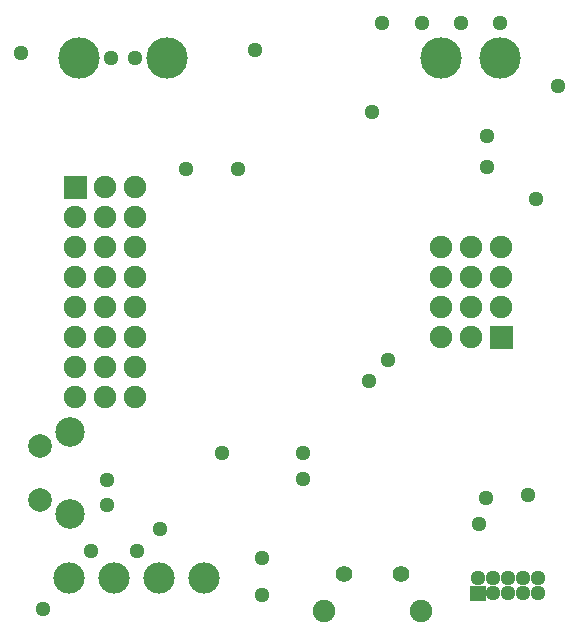
<source format=gbr>
G04 start of page 9 for group -4062 idx -4062 *
G04 Title: (unknown), soldermask *
G04 Creator: pcb 20140316 *
G04 CreationDate: Mon 04 Feb 2019 13:49:25 GMT UTC *
G04 For: kier *
G04 Format: Gerber/RS-274X *
G04 PCB-Dimensions (mil): 2755.91 2913.39 *
G04 PCB-Coordinate-Origin: lower left *
%MOIN*%
%FSLAX25Y25*%
%LNBOTTOMMASK*%
%ADD136C,0.0512*%
%ADD135C,0.0551*%
%ADD134C,0.0001*%
%ADD133C,0.1378*%
%ADD132C,0.1043*%
%ADD131C,0.0748*%
%ADD130C,0.0787*%
%ADD129C,0.0984*%
G54D129*X64961Y76378D03*
G54D130*X55118Y99016D03*
Y81299D03*
G54D129*X64961Y103937D03*
G54D131*X66772Y165354D03*
Y155354D03*
Y145354D03*
Y135354D03*
Y125354D03*
Y115354D03*
X76772Y165354D03*
Y155354D03*
Y145354D03*
Y135354D03*
Y125354D03*
Y115354D03*
X86772Y165354D03*
Y155354D03*
Y145354D03*
Y135354D03*
Y125354D03*
Y115354D03*
G54D132*X64508Y55118D03*
X79508D03*
X94508D03*
X109508D03*
G54D133*X97441Y228346D03*
X67913D03*
G54D134*G36*
X63031Y189094D02*Y181614D01*
X70512D01*
Y189094D01*
X63031D01*
G37*
G54D131*X76772Y185354D03*
X86772D03*
G54D133*X208268Y228346D03*
X188583D03*
G54D134*G36*
X205079Y139094D02*Y131614D01*
X212559D01*
Y139094D01*
X205079D01*
G37*
G54D131*X208819Y145354D03*
Y155354D03*
Y165354D03*
X188819Y135354D03*
Y145354D03*
Y155354D03*
Y165354D03*
X66772Y175354D03*
X76772D03*
X86772D03*
X198819Y135354D03*
Y145354D03*
Y155354D03*
Y165354D03*
X149606Y44291D03*
X181890D03*
G54D135*X156201Y56417D03*
X175295D03*
G54D134*G36*
X198465Y52559D02*Y47441D01*
X203583D01*
Y52559D01*
X198465D01*
G37*
G54D136*X201024Y55000D03*
X206024Y50000D03*
Y55000D03*
X211024Y50000D03*
X216024D03*
X221024D03*
X211024Y55000D03*
X216024D03*
X221024D03*
X164567Y120866D03*
X170866Y127953D03*
X77165Y87795D03*
X72047Y64173D03*
X55906Y44882D03*
X77165Y79528D03*
X87402Y64173D03*
X94882Y71654D03*
X48819Y230315D03*
X142520Y96850D03*
Y88189D03*
X115748Y96850D03*
X129134Y49606D03*
Y61811D03*
X78740Y228346D03*
X86614D03*
X126772Y231102D03*
X103543Y191339D03*
X120866D03*
X208268Y240157D03*
X203937Y202362D03*
Y192126D03*
X220472Y181496D03*
X182283Y240157D03*
X165748Y210630D03*
X168898Y240157D03*
X195276D03*
X227559Y219291D03*
X201181Y73228D03*
X217717Y82677D03*
X203543Y81890D03*
M02*

</source>
